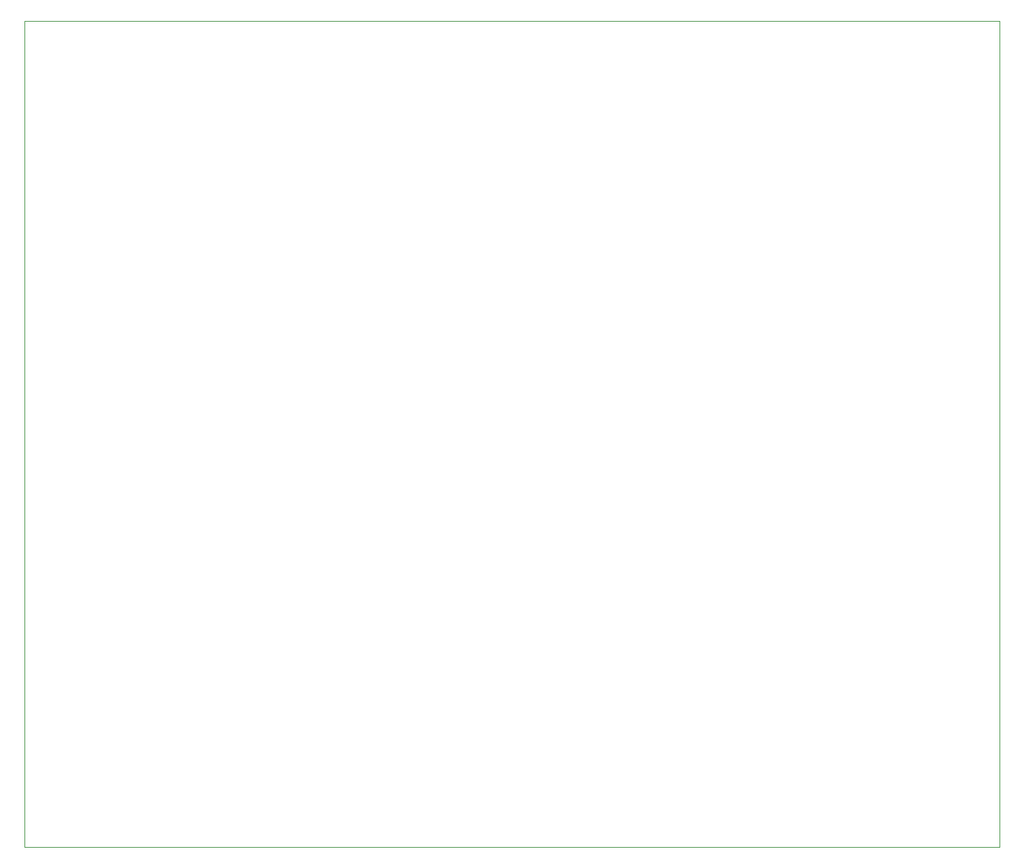
<source format=gbr>
%TF.GenerationSoftware,KiCad,Pcbnew,5.1.9+dfsg1-1~bpo10+1*%
%TF.CreationDate,2023-03-27T12:10:43+02:00*%
%TF.ProjectId,IIsi-to-ztex,49497369-2d74-46f2-9d7a-7465782e6b69,rev?*%
%TF.SameCoordinates,Original*%
%TF.FileFunction,Profile,NP*%
%FSLAX46Y46*%
G04 Gerber Fmt 4.6, Leading zero omitted, Abs format (unit mm)*
G04 Created by KiCad (PCBNEW 5.1.9+dfsg1-1~bpo10+1) date 2023-03-27 12:10:43*
%MOMM*%
%LPD*%
G01*
G04 APERTURE LIST*
%TA.AperFunction,Profile*%
%ADD10C,0.050000*%
%TD*%
G04 APERTURE END LIST*
D10*
X213570000Y-52440000D02*
X95570000Y-52440000D01*
X213570000Y-152440000D02*
X213570000Y-52440000D01*
X95570000Y-152440000D02*
X95570000Y-52440000D01*
X95570000Y-152440000D02*
X213570000Y-152440000D01*
M02*

</source>
